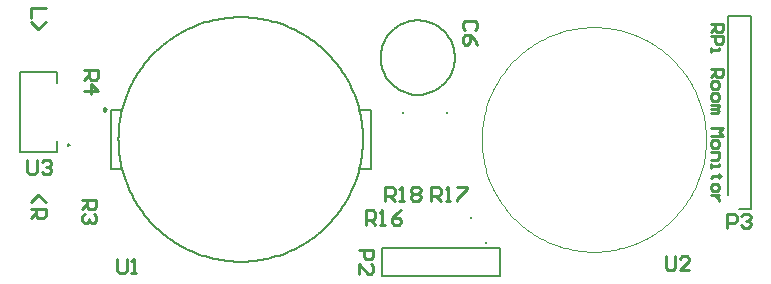
<source format=gto>
G04*
G04 #@! TF.GenerationSoftware,Altium Limited,Altium Designer,22.3.1 (43)*
G04*
G04 Layer_Color=65535*
%FSLAX25Y25*%
%MOIN*%
G70*
G04*
G04 #@! TF.SameCoordinates,CFB6BFBE-1D4E-4C59-BBC9-44663F7F7C7A*
G04*
G04*
G04 #@! TF.FilePolarity,Positive*
G04*
G01*
G75*
%ADD10C,0.00787*%
%ADD11C,0.00787*%
%ADD12C,0.00394*%
%ADD13C,0.00591*%
%ADD14C,0.00984*%
%ADD15C,0.01000*%
D10*
X160945Y15354D02*
Y15748D01*
Y15354D01*
Y15748D01*
X22231Y48012D02*
X21524Y48420D01*
Y47604D01*
X22231Y48012D01*
X150591Y77205D02*
X150550Y78203D01*
X150430Y79194D01*
X150230Y80173D01*
X149952Y81132D01*
X149598Y82066D01*
X149170Y82968D01*
X148671Y83833D01*
X148103Y84655D01*
X147472Y85429D01*
X146780Y86149D01*
X146032Y86811D01*
X145234Y87411D01*
X144390Y87945D01*
X143505Y88409D01*
X142587Y88800D01*
X141639Y89117D01*
X140670Y89356D01*
X139684Y89516D01*
X138688Y89596D01*
X137690D01*
X136694Y89516D01*
X135708Y89356D01*
X134739Y89117D01*
X133791Y88800D01*
X132872Y88409D01*
X131988Y87945D01*
X131144Y87411D01*
X130346Y86811D01*
X129598Y86149D01*
X128906Y85429D01*
X128275Y84655D01*
X127707Y83833D01*
X127208Y82968D01*
X126780Y82066D01*
X126426Y81132D01*
X126148Y80173D01*
X125948Y79194D01*
X125828Y78203D01*
X125787Y77205D01*
X125828Y76207D01*
X125948Y75215D01*
X126148Y74237D01*
X126426Y73277D01*
X126780Y72344D01*
X127208Y71441D01*
X127707Y70577D01*
X128275Y69755D01*
X128906Y68981D01*
X129598Y68261D01*
X130346Y67598D01*
X131144Y66998D01*
X131988Y66465D01*
X132872Y66000D01*
X133791Y65609D01*
X134739Y65293D01*
X135708Y65054D01*
X136694Y64894D01*
X137690Y64813D01*
X138688D01*
X139684Y64894D01*
X140670Y65054D01*
X141639Y65293D01*
X142587Y65609D01*
X143506Y66000D01*
X144390Y66465D01*
X145234Y66998D01*
X146032Y67598D01*
X146780Y68261D01*
X147472Y68981D01*
X148103Y69755D01*
X148671Y70577D01*
X149170Y71441D01*
X149598Y72344D01*
X149952Y73278D01*
X150230Y74237D01*
X150430Y75215D01*
X150550Y76207D01*
X150591Y77205D01*
X126437Y4409D02*
Y13701D01*
X165453D01*
X126437Y4409D02*
X165453D01*
Y13701D01*
X5453Y45610D02*
Y72382D01*
X18051D01*
X5453Y45610D02*
X18051D01*
Y49327D01*
Y68917D02*
Y72382D01*
X245394Y26870D02*
X249331D01*
Y91240D01*
X241457D02*
X249331D01*
X241457Y31496D02*
Y91240D01*
X35875Y40095D02*
Y59780D01*
X122489Y40095D02*
Y59780D01*
X35875D02*
X39418D01*
X35875Y40095D02*
X39418D01*
X118946Y59780D02*
X122489D01*
X118946Y40095D02*
X122489D01*
D11*
X133425Y58898D02*
D03*
X155925Y23819D02*
D03*
X147835Y58917D02*
D03*
D12*
X196890Y12535D02*
X197885Y12549D01*
X198880Y12588D01*
X199874Y12655D01*
X200865Y12747D01*
X201854Y12866D01*
X202839Y13012D01*
X203820Y13183D01*
X204796Y13381D01*
X205766Y13604D01*
X206730Y13853D01*
X207687Y14128D01*
X208637Y14428D01*
X209578Y14753D01*
X210510Y15104D01*
X211432Y15479D01*
X212345Y15878D01*
X213246Y16301D01*
X214135Y16749D01*
X215013Y17220D01*
X215877Y17714D01*
X216728Y18230D01*
X217565Y18770D01*
X218388Y19331D01*
X219195Y19914D01*
X219986Y20519D01*
X220761Y21144D01*
X221519Y21790D01*
X222260Y22455D01*
X222982Y23140D01*
X223686Y23844D01*
X224371Y24567D01*
X225037Y25308D01*
X225683Y26066D01*
X226308Y26841D01*
X226912Y27632D01*
X227496Y28439D01*
X228057Y29261D01*
X228596Y30098D01*
X229113Y30949D01*
X229607Y31814D01*
X230078Y32691D01*
X230525Y33581D01*
X230949Y34482D01*
X231348Y35394D01*
X231723Y36317D01*
X232073Y37249D01*
X232399Y38190D01*
X232699Y39139D01*
X232974Y40097D01*
X233223Y41061D01*
X233446Y42031D01*
X233644Y43007D01*
X233815Y43988D01*
X233960Y44973D01*
X234079Y45961D01*
X234172Y46953D01*
X234238Y47946D01*
X234278Y48941D01*
X234291Y49937D01*
X234278Y50933D01*
X234238Y51928D01*
X234172Y52921D01*
X234079Y53912D01*
X233960Y54901D01*
X233815Y55886D01*
X233644Y56867D01*
X233446Y57843D01*
X233223Y58813D01*
X232974Y59777D01*
X232699Y60734D01*
X232399Y61684D01*
X232073Y62625D01*
X231723Y63557D01*
X231348Y64480D01*
X230949Y65392D01*
X230525Y66293D01*
X230078Y67182D01*
X229607Y68060D01*
X229113Y68924D01*
X228596Y69775D01*
X228057Y70613D01*
X227496Y71435D01*
X226912Y72242D01*
X226308Y73033D01*
X225683Y73808D01*
X225037Y74566D01*
X224372Y75307D01*
X223687Y76029D01*
X222982Y76733D01*
X222260Y77419D01*
X221519Y78084D01*
X220761Y78730D01*
X219986Y79355D01*
X219195Y79960D01*
X218388Y80543D01*
X217565Y81104D01*
X216728Y81643D01*
X215877Y82160D01*
X215013Y82654D01*
X214136Y83125D01*
X213246Y83573D01*
X212345Y83996D01*
X211433Y84395D01*
X210510Y84770D01*
X209578Y85121D01*
X208637Y85446D01*
X207687Y85746D01*
X206730Y86021D01*
X205766Y86270D01*
X204796Y86493D01*
X203820Y86691D01*
X202839Y86862D01*
X201854Y87008D01*
X200866Y87127D01*
X199874Y87219D01*
X198881Y87286D01*
X197886Y87325D01*
X196890Y87339D01*
X196890D02*
X195894Y87325D01*
X194899Y87286D01*
X193906Y87219D01*
X192914Y87127D01*
X191926Y87008D01*
X190941Y86862D01*
X189960Y86691D01*
X188984Y86493D01*
X188013Y86270D01*
X187049Y86021D01*
X186092Y85746D01*
X185143Y85446D01*
X184202Y85121D01*
X183270Y84770D01*
X182347Y84395D01*
X181435Y83996D01*
X180534Y83573D01*
X179644Y83125D01*
X178767Y82655D01*
X177902Y82161D01*
X177051Y81644D01*
X176214Y81104D01*
X175392Y80543D01*
X174585Y79960D01*
X173793Y79355D01*
X173019Y78730D01*
X172260Y78084D01*
X171520Y77419D01*
X170797Y76734D01*
X170093Y76029D01*
X169408Y75307D01*
X168743Y74566D01*
X168097Y73808D01*
X167472Y73033D01*
X166867Y72242D01*
X166284Y71435D01*
X165723Y70613D01*
X165183Y69776D01*
X164666Y68924D01*
X164172Y68060D01*
X163701Y67183D01*
X163254Y66293D01*
X162831Y65392D01*
X162431Y64480D01*
X162056Y63557D01*
X161706Y62625D01*
X161381Y61684D01*
X161081Y60735D01*
X160806Y59777D01*
X160557Y58814D01*
X160333Y57843D01*
X160136Y56867D01*
X159964Y55886D01*
X159819Y54901D01*
X159700Y53913D01*
X159607Y52921D01*
X159541Y51928D01*
X159501Y50933D01*
X159488Y49937D01*
X159501Y48941D01*
X159541Y47947D01*
X159607Y46953D01*
X159700Y45961D01*
X159819Y44973D01*
X159964Y43988D01*
X160136Y43007D01*
X160333Y42031D01*
X160557Y41061D01*
X160806Y40097D01*
X161081Y39140D01*
X161381Y38190D01*
X161706Y37249D01*
X162056Y36317D01*
X162431Y35394D01*
X162830Y34482D01*
X163254Y33581D01*
X163701Y32691D01*
X164172Y31814D01*
X164666Y30950D01*
X165183Y30099D01*
X165722Y29261D01*
X166284Y28439D01*
X166867Y27632D01*
X167471Y26841D01*
X168097Y26066D01*
X168742Y25308D01*
X169408Y24567D01*
X170093Y23845D01*
X170797Y23141D01*
X171520Y22455D01*
X172260Y21790D01*
X173018Y21144D01*
X173793Y20519D01*
X174585Y19914D01*
X175392Y19331D01*
X176214Y18770D01*
X177051Y18230D01*
X177902Y17714D01*
X178767Y17220D01*
X179644Y16749D01*
X180534Y16301D01*
X181435Y15878D01*
X182347Y15479D01*
X183269Y15104D01*
X184202Y14753D01*
X185143Y14428D01*
X186092Y14128D01*
X187049Y13853D01*
X188013Y13604D01*
X188984Y13381D01*
X189960Y13183D01*
X190940Y13012D01*
X191925Y12866D01*
X192914Y12747D01*
X193905Y12655D01*
X194899Y12588D01*
X195894Y12549D01*
X196890Y12535D01*
D13*
X119930Y49937D02*
X119918Y50937D01*
X119881Y51936D01*
X119819Y52935D01*
X119734Y53931D01*
X119623Y54925D01*
X119489Y55916D01*
X119330Y56903D01*
X119147Y57886D01*
X118940Y58865D01*
X118709Y59838D01*
X118454Y60805D01*
X118175Y61765D01*
X117873Y62719D01*
X117548Y63665D01*
X117200Y64602D01*
X116828Y65531D01*
X116434Y66450D01*
X116018Y67359D01*
X115579Y68258D01*
X115118Y69146D01*
X114636Y70022D01*
X114133Y70886D01*
X113608Y71737D01*
X113063Y72575D01*
X112497Y73400D01*
X111911Y74211D01*
X111305Y75007D01*
X110680Y75787D01*
X110037Y76552D01*
X109374Y77302D01*
X108694Y78034D01*
X107995Y78750D01*
X107279Y79449D01*
X106547Y80129D01*
X105797Y80792D01*
X105032Y81436D01*
X104251Y82061D01*
X103455Y82666D01*
X102645Y83252D01*
X101820Y83818D01*
X100982Y84363D01*
X100131Y84888D01*
X99266Y85391D01*
X98390Y85874D01*
X97503Y86334D01*
X96604Y86773D01*
X95695Y87189D01*
X94775Y87583D01*
X93847Y87955D01*
X92909Y88303D01*
X91964Y88628D01*
X91010Y88930D01*
X90050Y89209D01*
X89083Y89464D01*
X88110Y89695D01*
X87131Y89902D01*
X86148Y90085D01*
X85161Y90244D01*
X84170Y90379D01*
X83176Y90489D01*
X82179Y90575D01*
X81181Y90636D01*
X80182Y90673D01*
X79182Y90685D01*
X78182Y90673D01*
X77183Y90636D01*
X76184Y90575D01*
X75188Y90489D01*
X74194Y90379D01*
X73203Y90244D01*
X72215Y90085D01*
X71232Y89902D01*
X70254Y89695D01*
X69281Y89464D01*
X68314Y89209D01*
X67353Y88930D01*
X66400Y88628D01*
X65454Y88303D01*
X64517Y87955D01*
X63588Y87583D01*
X62669Y87189D01*
X61760Y86773D01*
X60861Y86334D01*
X59973Y85874D01*
X59097Y85391D01*
X58233Y84888D01*
X57382Y84363D01*
X56543Y83818D01*
X55719Y83252D01*
X54908Y82666D01*
X54112Y82061D01*
X53332Y81436D01*
X52566Y80792D01*
X51817Y80129D01*
X51085Y79449D01*
X50369Y78750D01*
X49670Y78034D01*
X48990Y77302D01*
X48327Y76552D01*
X47683Y75787D01*
X47058Y75007D01*
X46453Y74211D01*
X45867Y73400D01*
X45301Y72575D01*
X44756Y71737D01*
X44231Y70886D01*
X43728Y70022D01*
X43245Y69146D01*
X42785Y68258D01*
X42346Y67359D01*
X41930Y66450D01*
X41536Y65531D01*
X41164Y64602D01*
X40816Y63665D01*
X40490Y62719D01*
X40189Y61765D01*
X39910Y60805D01*
X39655Y59838D01*
X39424Y58865D01*
X39217Y57886D01*
X39034Y56903D01*
X38875Y55916D01*
X38740Y54925D01*
X38630Y53931D01*
X38544Y52935D01*
X38483Y51936D01*
X38446Y50937D01*
X38434Y49937D01*
X38446Y48937D01*
X38483Y47938D01*
X38544Y46939D01*
X38630Y45943D01*
X38740Y44949D01*
X38875Y43958D01*
X39034Y42971D01*
X39217Y41987D01*
X39424Y41009D01*
X39655Y40036D01*
X39910Y39069D01*
X40189Y38109D01*
X40490Y37155D01*
X40816Y36209D01*
X41164Y35272D01*
X41536Y34343D01*
X41930Y33424D01*
X42346Y32515D01*
X42785Y31616D01*
X43245Y30729D01*
X43728Y29852D01*
X44231Y28988D01*
X44756Y28137D01*
X45301Y27299D01*
X45867Y26474D01*
X46453Y25663D01*
X47058Y24868D01*
X47683Y24087D01*
X48327Y23322D01*
X48990Y22572D01*
X49670Y21840D01*
X50369Y21124D01*
X51085Y20425D01*
X51817Y19745D01*
X52566Y19082D01*
X53332Y18438D01*
X54112Y17813D01*
X54908Y17208D01*
X55719Y16622D01*
X56543Y16056D01*
X57382Y15511D01*
X58233Y14986D01*
X59097Y14483D01*
X59973Y14001D01*
X60861Y13540D01*
X61760Y13101D01*
X62669Y12685D01*
X63588Y12291D01*
X64517Y11919D01*
X65454Y11571D01*
X66400Y11246D01*
X67353Y10944D01*
X68314Y10665D01*
X69281Y10410D01*
X70254Y10179D01*
X71232Y9972D01*
X72215Y9789D01*
X73203Y9630D01*
X74194Y9495D01*
X75188Y9385D01*
X76184Y9299D01*
X77183Y9238D01*
X78182Y9201D01*
X79182Y9189D01*
X80182Y9201D01*
X81181Y9238D01*
X82179Y9299D01*
X83176Y9385D01*
X84170Y9495D01*
X85161Y9630D01*
X86148Y9789D01*
X87131Y9972D01*
X88110Y10179D01*
X89083Y10410D01*
X90050Y10665D01*
X91010Y10944D01*
X91964Y11246D01*
X92909Y11571D01*
X93847Y11919D01*
X94775Y12291D01*
X95695Y12685D01*
X96604Y13101D01*
X97503Y13540D01*
X98390Y14001D01*
X99266Y14483D01*
X100131Y14986D01*
X100982Y15511D01*
X101820Y16056D01*
X102645Y16622D01*
X103455Y17208D01*
X104251Y17813D01*
X105032Y18438D01*
X105797Y19082D01*
X106547Y19745D01*
X107279Y20425D01*
X107995Y21124D01*
X108694Y21840D01*
X109374Y22572D01*
X110037Y23322D01*
X110680Y24087D01*
X111305Y24868D01*
X111911Y25663D01*
X112497Y26474D01*
X113063Y27299D01*
X113608Y28137D01*
X114133Y28988D01*
X114636Y29852D01*
X115118Y30729D01*
X115579Y31616D01*
X116018Y32515D01*
X116434Y33424D01*
X116828Y34343D01*
X117200Y35272D01*
X117548Y36209D01*
X117873Y37155D01*
X118175Y38109D01*
X118454Y39069D01*
X118709Y40036D01*
X118940Y41009D01*
X119147Y41987D01*
X119330Y42971D01*
X119489Y43958D01*
X119623Y44949D01*
X119734Y45943D01*
X119819Y46939D01*
X119881Y47938D01*
X119918Y48937D01*
X119930Y49937D01*
D14*
X34398Y59937D02*
X33660Y60363D01*
Y59511D01*
X34398Y59937D01*
D15*
X236039Y88370D02*
X239975D01*
Y86402D01*
X239319Y85746D01*
X238007D01*
X237351Y86402D01*
Y88370D01*
Y87058D02*
X236039Y85746D01*
Y84434D02*
X239975D01*
Y82467D01*
X239319Y81810D01*
X238007D01*
X237351Y82467D01*
Y84434D01*
X236039Y80499D02*
Y79187D01*
Y79843D01*
X238663D01*
Y80499D01*
X236039Y73283D02*
X239975D01*
Y71315D01*
X239319Y70659D01*
X238007D01*
X237351Y71315D01*
Y73283D01*
Y71971D02*
X236039Y70659D01*
Y68691D02*
Y67379D01*
X236695Y66724D01*
X238007D01*
X238663Y67379D01*
Y68691D01*
X238007Y69347D01*
X236695D01*
X236039Y68691D01*
Y64756D02*
Y63444D01*
X236695Y62788D01*
X238007D01*
X238663Y63444D01*
Y64756D01*
X238007Y65412D01*
X236695D01*
X236039Y64756D01*
Y61476D02*
X238663D01*
Y60820D01*
X238007Y60164D01*
X236039D01*
X238007D01*
X238663Y59508D01*
X238007Y58852D01*
X236039D01*
Y53604D02*
X239975D01*
X238663Y52293D01*
X239975Y50981D01*
X236039D01*
Y49013D02*
Y47701D01*
X236695Y47045D01*
X238007D01*
X238663Y47701D01*
Y49013D01*
X238007Y49669D01*
X236695D01*
X236039Y49013D01*
Y45733D02*
X238663D01*
Y43765D01*
X238007Y43109D01*
X236039D01*
Y41797D02*
Y40485D01*
Y41141D01*
X238663D01*
Y41797D01*
X239319Y37861D02*
X238663D01*
Y38517D01*
Y37205D01*
Y37861D01*
X236695D01*
X236039Y37205D01*
Y34582D02*
Y33270D01*
X236695Y32614D01*
X238007D01*
X238663Y33270D01*
Y34582D01*
X238007Y35238D01*
X236695D01*
X236039Y34582D01*
X238663Y31302D02*
X236039D01*
X237351D01*
X238007Y30646D01*
X238663Y29990D01*
Y29334D01*
X118544Y13109D02*
X123267D01*
Y10747D01*
X122480Y9960D01*
X120905D01*
X120118Y10747D01*
Y13109D01*
X118544Y5237D02*
Y8386D01*
X121693Y5237D01*
X122480D01*
X123267Y6025D01*
Y7599D01*
X122480Y8386D01*
X9386Y29198D02*
X11747Y31559D01*
X14109Y29198D01*
X9386Y26836D02*
X14109D01*
Y24475D01*
X13322Y23688D01*
X11747D01*
X10960Y24475D01*
Y26836D01*
Y25262D02*
X9386Y23688D01*
X14109Y93724D02*
X9386D01*
Y90576D01*
Y89002D02*
X11747Y86640D01*
X14109Y89002D01*
X127325Y29528D02*
Y34251D01*
X129686D01*
X130473Y33464D01*
Y31890D01*
X129686Y31103D01*
X127325D01*
X128899D02*
X130473Y29528D01*
X132048D02*
X133622D01*
X132835D01*
Y34251D01*
X132048Y33464D01*
X135983D02*
X136770Y34251D01*
X138345D01*
X139132Y33464D01*
Y32677D01*
X138345Y31890D01*
X139132Y31103D01*
Y30316D01*
X138345Y29528D01*
X136770D01*
X135983Y30316D01*
Y31103D01*
X136770Y31890D01*
X135983Y32677D01*
Y33464D01*
X136770Y31890D02*
X138345D01*
X142719Y29410D02*
Y34133D01*
X145080D01*
X145867Y33346D01*
Y31772D01*
X145080Y30985D01*
X142719D01*
X144293D02*
X145867Y29410D01*
X147441D02*
X149016D01*
X148229D01*
Y34133D01*
X147441Y33346D01*
X151377Y34133D02*
X154526D01*
Y33346D01*
X151377Y30197D01*
Y29410D01*
X241340Y20473D02*
Y25196D01*
X243701D01*
X244489Y24409D01*
Y22835D01*
X243701Y22048D01*
X241340D01*
X246063Y24409D02*
X246850Y25196D01*
X248424D01*
X249211Y24409D01*
Y23622D01*
X248424Y22835D01*
X247637D01*
X248424D01*
X249211Y22048D01*
Y21260D01*
X248424Y20473D01*
X246850D01*
X246063Y21260D01*
X8072Y43110D02*
Y39174D01*
X8859Y38387D01*
X10434D01*
X11221Y39174D01*
Y43110D01*
X12795Y42322D02*
X13582Y43110D01*
X15157D01*
X15944Y42322D01*
Y41535D01*
X15157Y40748D01*
X14369D01*
X15157D01*
X15944Y39961D01*
Y39174D01*
X15157Y38387D01*
X13582D01*
X12795Y39174D01*
X220789Y10983D02*
Y7048D01*
X221576Y6261D01*
X223150D01*
X223937Y7048D01*
Y10983D01*
X228660Y6261D02*
X225512D01*
X228660Y9409D01*
Y10196D01*
X227873Y10983D01*
X226299D01*
X225512Y10196D01*
X37993Y10117D02*
Y6182D01*
X38780Y5395D01*
X40355D01*
X41142Y6182D01*
Y10117D01*
X42716Y5395D02*
X44290D01*
X43503D01*
Y10117D01*
X42716Y9330D01*
X120888Y21536D02*
Y26259D01*
X123249D01*
X124036Y25472D01*
Y23898D01*
X123249Y23110D01*
X120888D01*
X122462D02*
X124036Y21536D01*
X125611D02*
X127185D01*
X126398D01*
Y26259D01*
X125611Y25472D01*
X132695Y26259D02*
X131121Y25472D01*
X129546Y23898D01*
Y22323D01*
X130333Y21536D01*
X131908D01*
X132695Y22323D01*
Y23110D01*
X131908Y23898D01*
X129546D01*
X26891Y73030D02*
X31613D01*
Y70669D01*
X30826Y69882D01*
X29252D01*
X28465Y70669D01*
Y73030D01*
Y71456D02*
X26891Y69882D01*
Y65946D02*
X31613D01*
X29252Y68307D01*
Y65159D01*
X26379Y29841D02*
X31102D01*
Y27480D01*
X30314Y26693D01*
X28740D01*
X27953Y27480D01*
Y29841D01*
Y28267D02*
X26379Y26693D01*
X30314Y25118D02*
X31102Y24331D01*
Y22757D01*
X30314Y21970D01*
X29527D01*
X28740Y22757D01*
Y23544D01*
Y22757D01*
X27953Y21970D01*
X27166D01*
X26379Y22757D01*
Y24331D01*
X27166Y25118D01*
X157125Y86260D02*
X157913Y87047D01*
Y88621D01*
X157125Y89408D01*
X153977D01*
X153190Y88621D01*
Y87047D01*
X153977Y86260D01*
X157913Y81537D02*
X157125Y83111D01*
X155551Y84685D01*
X153977D01*
X153190Y83898D01*
Y82324D01*
X153977Y81537D01*
X154764D01*
X155551Y82324D01*
Y84685D01*
M02*

</source>
